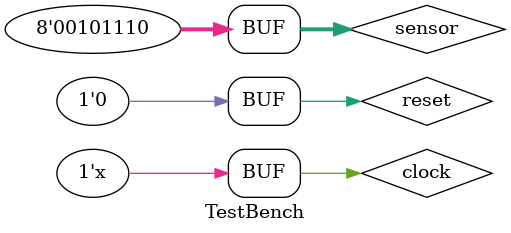
<source format=v>
module TestBench ();
reg signed [7:0] sensor;
reg clock = 0;
reg reset = 0;
wire [3:0] rps;
wire heater;
wire cooler;

incubator incubator(sensor, clock, reset, cooler, heater, rps);
initial
begin

clock = 0;
sensor = 8'd20;

#5 reset = 1;
#5 reset = 0;

#10 sensor = -8'd40;
#10 sensor = 8'd20;
#10 sensor = 8'd20;
#10 sensor = 8'd8;
#10 sensor = 8'd33;
#10 sensor = -8'd5;
#10 sensor = 8'd46;  
#10 sensor = 8'd20;
#10 sensor = 8'd0; 

sensor = 8'd20;

#5 reset = 1;
#5 reset = 0;

#10 sensor = 8'd40;
#10 sensor = 8'd20;
#10 sensor = 8'd20;
#10 sensor = 8'd8;
#10 sensor = 8'd33;
#10 sensor = -8'd5;
#10 sensor = 8'd46;    
end
always
  #5 clock = ~clock;
endmodule
</source>
